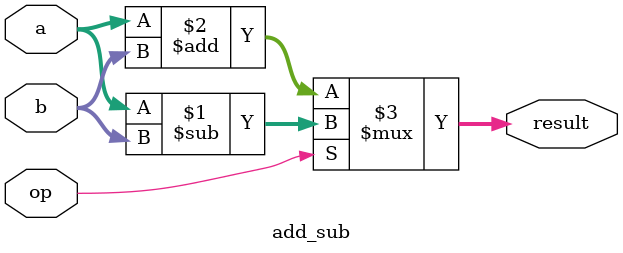
<source format=sv>
module add_sub (
    input  logic [7:0] a, b,
    input  logic       op,  // 0=add, 1=sub
    output logic [8:0] result
);
    assign result = op ? (a - b) : (a + b);
endmodule

</source>
